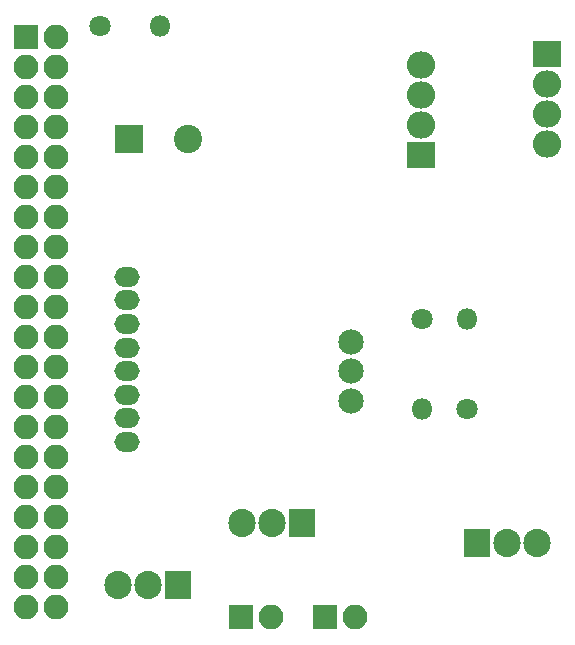
<source format=gts>
G04 #@! TF.GenerationSoftware,KiCad,Pcbnew,(5.0.0-rc2-dev-482-gf81c77cd4)*
G04 #@! TF.CreationDate,2018-05-21T20:47:16+02:00*
G04 #@! TF.ProjectId,ha_plattform,68615F706C617474666F726D2E6B6963,rev?*
G04 #@! TF.SameCoordinates,Original*
G04 #@! TF.FileFunction,Soldermask,Top*
G04 #@! TF.FilePolarity,Negative*
%FSLAX46Y46*%
G04 Gerber Fmt 4.6, Leading zero omitted, Abs format (unit mm)*
G04 Created by KiCad (PCBNEW (5.0.0-rc2-dev-482-gf81c77cd4)) date Mon May 21 20:47:16 2018*
%MOMM*%
%LPD*%
G01*
G04 APERTURE LIST*
%ADD10R,2.400000X2.400000*%
%ADD11C,2.400000*%
%ADD12R,2.305000X2.400000*%
%ADD13O,2.305000X2.400000*%
%ADD14O,1.800000X1.800000*%
%ADD15C,1.800000*%
%ADD16R,2.100000X2.100000*%
%ADD17O,2.100000X2.100000*%
%ADD18R,2.400000X2.305000*%
%ADD19O,2.400000X2.305000*%
%ADD20O,2.150000X1.700000*%
%ADD21C,2.150000*%
G04 APERTURE END LIST*
D10*
X30570000Y-32290000D03*
D11*
X35570000Y-32290000D03*
D12*
X34740000Y-70040000D03*
D13*
X32200000Y-70040000D03*
X29660000Y-70040000D03*
D14*
X55370000Y-55140000D03*
D15*
X55370000Y-47520000D03*
D16*
X21844000Y-23622000D03*
D17*
X24384000Y-23622000D03*
X21844000Y-26162000D03*
X24384000Y-26162000D03*
X21844000Y-28702000D03*
X24384000Y-28702000D03*
X21844000Y-31242000D03*
X24384000Y-31242000D03*
X21844000Y-33782000D03*
X24384000Y-33782000D03*
X21844000Y-36322000D03*
X24384000Y-36322000D03*
X21844000Y-38862000D03*
X24384000Y-38862000D03*
X21844000Y-41402000D03*
X24384000Y-41402000D03*
X21844000Y-43942000D03*
X24384000Y-43942000D03*
X21844000Y-46482000D03*
X24384000Y-46482000D03*
X21844000Y-49022000D03*
X24384000Y-49022000D03*
X21844000Y-51562000D03*
X24384000Y-51562000D03*
X21844000Y-54102000D03*
X24384000Y-54102000D03*
X21844000Y-56642000D03*
X24384000Y-56642000D03*
X21844000Y-59182000D03*
X24384000Y-59182000D03*
X21844000Y-61722000D03*
X24384000Y-61722000D03*
X21844000Y-64262000D03*
X24384000Y-64262000D03*
X21844000Y-66802000D03*
X24384000Y-66802000D03*
X21844000Y-69342000D03*
X24384000Y-69342000D03*
X21844000Y-71882000D03*
X24384000Y-71882000D03*
D18*
X65960000Y-25070000D03*
D19*
X65960000Y-27610000D03*
X65960000Y-30150000D03*
X65960000Y-32690000D03*
D12*
X60040000Y-66460000D03*
D13*
X62580000Y-66460000D03*
X65120000Y-66460000D03*
D20*
X30353000Y-43942000D03*
X30353000Y-45942000D03*
X30353000Y-47942000D03*
X30353000Y-49942000D03*
X30353000Y-51942000D03*
X30353000Y-53942000D03*
X30353000Y-55942000D03*
X30353000Y-57942000D03*
D21*
X49353000Y-54442000D03*
X49353000Y-51942000D03*
X49353000Y-49442000D03*
D13*
X40132000Y-64770000D03*
X42672000Y-64770000D03*
D12*
X45212000Y-64770000D03*
D18*
X55250000Y-33600000D03*
D19*
X55250000Y-31060000D03*
X55250000Y-28520000D03*
X55250000Y-25980000D03*
D16*
X47117000Y-72771000D03*
D17*
X49657000Y-72771000D03*
X42545000Y-72771000D03*
D16*
X40005000Y-72771000D03*
D15*
X28067000Y-22733000D03*
D14*
X33147000Y-22733000D03*
X59160000Y-47540000D03*
D15*
X59160000Y-55160000D03*
M02*

</source>
